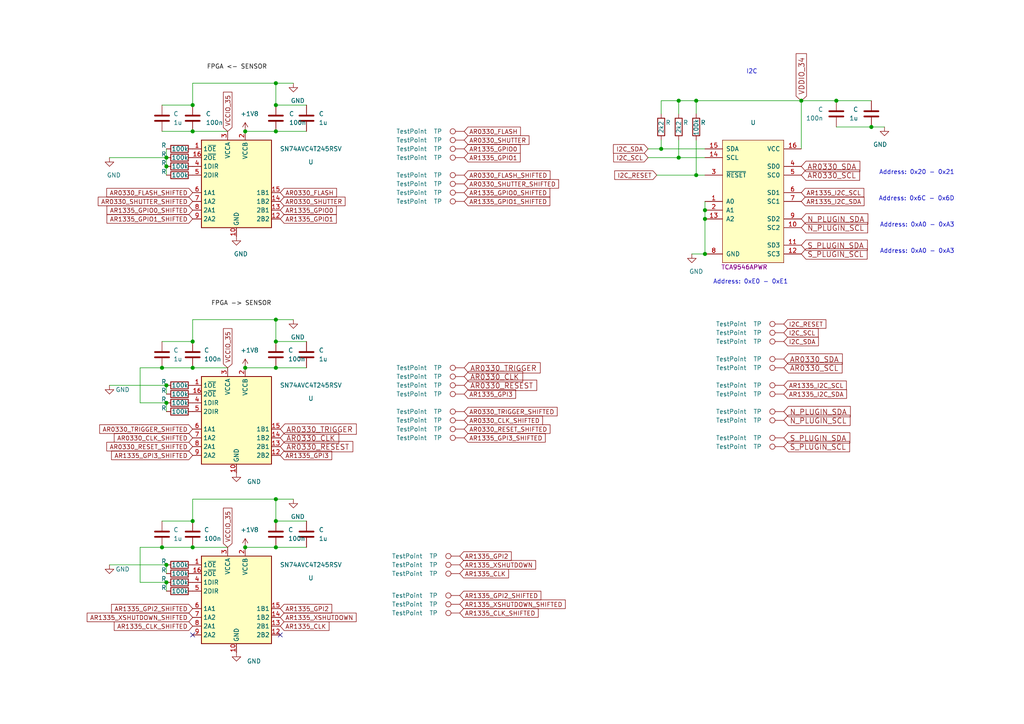
<source format=kicad_sch>
(kicad_sch (version 20201015) (generator eeschema)
  (paper "A4")
  (lib_symbols
    (symbol "Connector:TestPoint" (pin_numbers hide) (pin_names (offset 0.762) hide)
      (property "Reference" "TP" (at 0 6.858 0))
      (property "Value" "TestPoint" (at 0 5.08 0))
      (symbol "TestPoint_0_1"
        (circle (center 0 3.302) (radius 0.762))
      )
      (symbol "TestPoint_1_1"
        (pin passive line (at 0 0 90) (length 2.54) (name "1") (number "1"))
      )
    )
    (symbol "Device:C" (pin_numbers hide) (pin_names (offset 0.254))
      (property "Reference" "C" (at 0.635 2.54 0))
      (property "Value" "C" (at 0.635 -2.54 0))
      (symbol "C_0_1"
        (polyline (pts (xy -2.032 -0.762) (xy 2.032 -0.762)) (stroke (width 0.508)))
        (polyline (pts (xy -2.032 0.762) (xy 2.032 0.762)) (stroke (width 0.508)))
      )
      (symbol "C_1_1"
        (pin passive line (at 0 3.81 270) (length 2.794) (name "~") (number "1"))
        (pin passive line (at 0 -3.81 90) (length 2.794) (name "~") (number "2"))
      )
    )
    (symbol "Device:R" (pin_numbers hide) (pin_names (offset 0))
      (property "Reference" "R" (at 2.032 0 90))
      (property "Value" "R" (at 0 0 90))
      (symbol "R_0_1"
        (rectangle (start -1.016 -2.54) (end 1.016 2.54) (stroke (width 0.254)))
      )
      (symbol "R_1_1"
        (pin passive line (at 0 3.81 270) (length 1.27) (name "~") (number "1"))
        (pin passive line (at 0 -3.81 90) (length 1.27) (name "~") (number "2"))
      )
    )
    (symbol "ic:SN74AVC4T245RSV"
      (property "Reference" "U" (at -8.89 13.97 0))
      (property "Value" "SN74AVC4T245RSV" (at 12.7 13.97 0))
      (symbol "SN74AVC4T245RSV_0_1"
        (rectangle (start -10.16 12.7) (end 10.16 -12.7) (stroke (width 0.254)) (fill (type background)))
      )
      (symbol "SN74AVC4T245RSV_1_1"
        (pin power_in line (at -2.54 15.24 270) (length 2.54) (name "VCCA") (number "3"))
        (pin bidirectional line (at 12.7 -10.16 180) (length 2.54) (name "2B2") (number "12"))
        (pin bidirectional line (at 12.7 -7.62 180) (length 2.54) (name "2B1") (number "13"))
        (pin bidirectional line (at 12.7 -5.08 180) (length 2.54) (name "1B2") (number "14"))
        (pin bidirectional line (at 12.7 -2.54 180) (length 2.54) (name "1B1") (number "15"))
        (pin input line (at -12.7 7.62 0) (length 2.54) (name "2~OE") (number "16"))
        (pin input line (at -12.7 10.16 0) (length 2.54) (name "1~OE") (number "1"))
        (pin power_in line (at 2.54 15.24 270) (length 2.54) (name "VCCB") (number "2"))
        (pin input line (at -12.7 5.08 0) (length 2.54) (name "1DIR") (number "4"))
        (pin input line (at -12.7 2.54 0) (length 2.54) (name "2DIR") (number "5"))
        (pin bidirectional line (at -12.7 -2.54 0) (length 2.54) (name "1A1") (number "6"))
        (pin bidirectional line (at -12.7 -5.08 0) (length 2.54) (name "1A2") (number "7"))
        (pin bidirectional line (at -12.7 -7.62 0) (length 2.54) (name "2A1") (number "8"))
        (pin bidirectional line (at -12.7 -10.16 0) (length 2.54) (name "2A2") (number "9"))
        (pin power_in line (at 0 -15.24 90) (length 2.54) (name "GND") (number "10"))
        (pin passive line (at 0 -15.24 90) (length 2.54) hide (name "GND") (number "11"))
      )
    )
    (symbol "ic:TCA9546APWR" (pin_names (offset 1.016))
      (property "Reference" "U" (at 0 1.27 0))
      (property "_Value_" "TCA9546APWR" (at 6.35 -36.83 0))
      (symbol "TCA9546APWR_0_1"
        (rectangle (start 0 0) (end 17.78 -35.56) (fill (type background)))
      )
      (symbol "TCA9546APWR_1_1"
        (pin input line (at -5.08 -17.78 0) (length 5.08) (name "A0") (number "1"))
        (pin output line (at 22.86 -25.4 180) (length 5.08) (name "SC2") (number "10"))
        (pin bidirectional line (at 22.86 -30.48 180) (length 5.08) (name "SD3") (number "11"))
        (pin output line (at 22.86 -33.02 180) (length 5.08) (name "SC3") (number "12"))
        (pin input line (at -5.08 -22.86 0) (length 5.08) (name "A2") (number "13"))
        (pin input line (at -5.08 -5.08 0) (length 5.08) (name "SCL") (number "14"))
        (pin bidirectional line (at -5.08 -2.54 0) (length 5.08) (name "SDA") (number "15"))
        (pin power_in line (at 22.86 -2.54 180) (length 5.08) (name "VCC") (number "16"))
        (pin input line (at -5.08 -20.32 0) (length 5.08) (name "A1") (number "2"))
        (pin input line (at -5.08 -10.16 0) (length 5.08) (name "~RESET") (number "3"))
        (pin bidirectional line (at 22.86 -7.62 180) (length 5.08) (name "SD0") (number "4"))
        (pin output line (at 22.86 -10.16 180) (length 5.08) (name "SC0") (number "5"))
        (pin bidirectional line (at 22.86 -15.24 180) (length 5.08) (name "SD1") (number "6"))
        (pin output line (at 22.86 -17.78 180) (length 5.08) (name "SC1") (number "7"))
        (pin passive line (at -5.08 -33.02 0) (length 5.08) (name "GND") (number "8"))
        (pin bidirectional line (at 22.86 -22.86 180) (length 5.08) (name "SD2") (number "9"))
      )
    )
    (symbol "power:+1V8" (power) (pin_names (offset 0))
      (property "Value" "+1V8" (at 0 3.556 0))
      (symbol "+1V8_0_1"
        (polyline (pts (xy -0.762 1.27) (xy 0 2.54)))
        (polyline (pts (xy 0 0) (xy 0 2.54)))
        (polyline (pts (xy 0 2.54) (xy 0.762 1.27)))
      )
      (symbol "+1V8_1_1"
        (pin power_in line (at 0 0 90) (length 0) hide (name "+1V8") (number "1"))
      )
    )
    (symbol "power:GND" (power) (pin_names (offset 0))
      (property "Value" "GND" (at 0 -3.81 0))
      (symbol "GND_0_1"
        (polyline (pts (xy 0 0) (xy 0 -1.27) (xy 1.27 -1.27) (xy 0 -2.54) (xy -1.27 -1.27) (xy 0 -1.27)))
      )
      (symbol "GND_1_1"
        (pin power_in line (at 0 0 270) (length 0) hide (name "GND") (number "1"))
      )
    )
  )
  (junction (at 46.99 106.68) (diameter 1.016))
  (junction (at 46.99 158.75) (diameter 1.016))
  (junction (at 48.26 45.72) (diameter 1.016))
  (junction (at 48.26 48.26) (diameter 1.016))
  (junction (at 48.26 111.76) (diameter 1.016))
  (junction (at 48.26 116.84) (diameter 1.016))
  (junction (at 48.26 163.83) (diameter 1.016))
  (junction (at 48.26 168.91) (diameter 1.016))
  (junction (at 55.88 30.48) (diameter 1.016))
  (junction (at 55.88 38.1) (diameter 1.016))
  (junction (at 55.88 99.06) (diameter 1.016))
  (junction (at 55.88 106.68) (diameter 1.016))
  (junction (at 55.88 151.13) (diameter 1.016))
  (junction (at 55.88 158.75) (diameter 1.016))
  (junction (at 71.12 38.1) (diameter 1.016))
  (junction (at 71.12 106.68) (diameter 1.016))
  (junction (at 71.12 158.75) (diameter 1.016))
  (junction (at 80.01 24.13) (diameter 1.016))
  (junction (at 80.01 30.48) (diameter 1.016))
  (junction (at 80.01 38.1) (diameter 1.016))
  (junction (at 80.01 92.71) (diameter 1.016))
  (junction (at 80.01 99.06) (diameter 1.016))
  (junction (at 80.01 106.68) (diameter 1.016))
  (junction (at 80.01 144.78) (diameter 1.016))
  (junction (at 80.01 151.13) (diameter 1.016))
  (junction (at 80.01 158.75) (diameter 1.016))
  (junction (at 191.77 43.18) (diameter 1.016))
  (junction (at 196.85 29.21) (diameter 1.016))
  (junction (at 196.85 45.72) (diameter 1.016))
  (junction (at 201.93 29.21) (diameter 1.016))
  (junction (at 201.93 50.8) (diameter 1.016))
  (junction (at 204.47 60.96) (diameter 1.016))
  (junction (at 204.47 63.5) (diameter 1.016))
  (junction (at 204.47 73.66) (diameter 1.016))
  (junction (at 232.41 29.21) (diameter 1.016))
  (junction (at 242.57 29.21) (diameter 1.016))
  (junction (at 252.73 36.83) (diameter 1.016))
  (no_connect (at 55.88 184.15))
  (no_connect (at 81.28 184.15))
  (wire (pts (xy 31.75 45.72) (xy 48.26 45.72)))
  (wire (pts (xy 31.75 111.76) (xy 48.26 111.76)))
  (wire (pts (xy 31.75 163.83) (xy 48.26 163.83)))
  (wire (pts (xy 40.64 106.68) (xy 40.64 116.84)))
  (wire (pts (xy 40.64 116.84) (xy 48.26 116.84)))
  (wire (pts (xy 40.64 158.75) (xy 40.64 168.91)))
  (wire (pts (xy 40.64 168.91) (xy 48.26 168.91)))
  (wire (pts (xy 46.99 30.48) (xy 55.88 30.48)))
  (wire (pts (xy 46.99 38.1) (xy 55.88 38.1)))
  (wire (pts (xy 46.99 99.06) (xy 55.88 99.06)))
  (wire (pts (xy 46.99 106.68) (xy 40.64 106.68)))
  (wire (pts (xy 46.99 106.68) (xy 55.88 106.68)))
  (wire (pts (xy 46.99 151.13) (xy 55.88 151.13)))
  (wire (pts (xy 46.99 158.75) (xy 40.64 158.75)))
  (wire (pts (xy 46.99 158.75) (xy 55.88 158.75)))
  (wire (pts (xy 48.26 43.18) (xy 48.26 45.72)))
  (wire (pts (xy 48.26 45.72) (xy 48.26 48.26)))
  (wire (pts (xy 48.26 48.26) (xy 48.26 50.8)))
  (wire (pts (xy 48.26 111.76) (xy 48.26 114.3)))
  (wire (pts (xy 48.26 116.84) (xy 48.26 119.38)))
  (wire (pts (xy 48.26 163.83) (xy 48.26 166.37)))
  (wire (pts (xy 48.26 168.91) (xy 48.26 171.45)))
  (wire (pts (xy 55.88 24.13) (xy 80.01 24.13)))
  (wire (pts (xy 55.88 30.48) (xy 55.88 24.13)))
  (wire (pts (xy 55.88 38.1) (xy 66.04 38.1)))
  (wire (pts (xy 55.88 92.71) (xy 80.01 92.71)))
  (wire (pts (xy 55.88 99.06) (xy 55.88 92.71)))
  (wire (pts (xy 55.88 106.68) (xy 66.04 106.68)))
  (wire (pts (xy 55.88 144.78) (xy 80.01 144.78)))
  (wire (pts (xy 55.88 151.13) (xy 55.88 144.78)))
  (wire (pts (xy 55.88 158.75) (xy 66.04 158.75)))
  (wire (pts (xy 71.12 38.1) (xy 80.01 38.1)))
  (wire (pts (xy 71.12 106.68) (xy 80.01 106.68)))
  (wire (pts (xy 71.12 158.75) (xy 80.01 158.75)))
  (wire (pts (xy 80.01 24.13) (xy 80.01 30.48)))
  (wire (pts (xy 80.01 24.13) (xy 85.09 24.13)))
  (wire (pts (xy 80.01 30.48) (xy 88.9 30.48)))
  (wire (pts (xy 80.01 38.1) (xy 88.9 38.1)))
  (wire (pts (xy 80.01 92.71) (xy 80.01 99.06)))
  (wire (pts (xy 80.01 92.71) (xy 85.09 92.71)))
  (wire (pts (xy 80.01 99.06) (xy 88.9 99.06)))
  (wire (pts (xy 80.01 106.68) (xy 88.9 106.68)))
  (wire (pts (xy 80.01 144.78) (xy 80.01 151.13)))
  (wire (pts (xy 80.01 144.78) (xy 85.09 144.78)))
  (wire (pts (xy 80.01 151.13) (xy 88.9 151.13)))
  (wire (pts (xy 80.01 158.75) (xy 88.9 158.75)))
  (wire (pts (xy 187.96 43.18) (xy 191.77 43.18)))
  (wire (pts (xy 187.96 45.72) (xy 196.85 45.72)))
  (wire (pts (xy 190.5 50.8) (xy 201.93 50.8)))
  (wire (pts (xy 191.77 29.21) (xy 196.85 29.21)))
  (wire (pts (xy 191.77 33.02) (xy 191.77 29.21)))
  (wire (pts (xy 191.77 40.64) (xy 191.77 43.18)))
  (wire (pts (xy 191.77 43.18) (xy 204.47 43.18)))
  (wire (pts (xy 196.85 29.21) (xy 196.85 33.02)))
  (wire (pts (xy 196.85 29.21) (xy 201.93 29.21)))
  (wire (pts (xy 196.85 40.64) (xy 196.85 45.72)))
  (wire (pts (xy 196.85 45.72) (xy 204.47 45.72)))
  (wire (pts (xy 200.66 73.66) (xy 204.47 73.66)))
  (wire (pts (xy 201.93 29.21) (xy 201.93 33.02)))
  (wire (pts (xy 201.93 29.21) (xy 232.41 29.21)))
  (wire (pts (xy 201.93 40.64) (xy 201.93 50.8)))
  (wire (pts (xy 201.93 50.8) (xy 204.47 50.8)))
  (wire (pts (xy 204.47 58.42) (xy 204.47 60.96)))
  (wire (pts (xy 204.47 60.96) (xy 204.47 63.5)))
  (wire (pts (xy 204.47 63.5) (xy 204.47 73.66)))
  (wire (pts (xy 232.41 29.21) (xy 232.41 43.18)))
  (wire (pts (xy 232.41 29.21) (xy 242.57 29.21)))
  (wire (pts (xy 252.73 29.21) (xy 242.57 29.21)))
  (wire (pts (xy 252.73 36.83) (xy 242.57 36.83)))
  (wire (pts (xy 256.54 36.83) (xy 252.73 36.83)))
  (text "I2C" (at 219.71 21.59 180) (effects (font (size 1.27 1.27)) (justify right bottom)))
  (text "Address: 0xE0 - 0xE1" (at 228.6 82.55 180) (effects (font (size 1.27 1.27)) (justify right bottom)))
  (text "Address: 0x20 - 0x21" (at 276.86 50.8 180) (effects (font (size 1.27 1.27)) (justify right bottom)))
  (text "Address: 0x6C - 0x6D" (at 276.86 58.42 180) (effects (font (size 1.27 1.27)) (justify right bottom)))
  (text "Address: 0xA0 - 0xA3" (at 276.86 66.04 180) (effects (font (size 1.27 1.27)) (justify right bottom)))
  (text "Address: 0xA0 - 0xA3" (at 276.86 73.66 180) (effects (font (size 1.27 1.27)) (justify right bottom)))
  (label "FPGA <- SENSOR" (at 77.47 20.32 180))
  (label "FPGA -> SENSOR" (at 78.74 88.9 180))
  (global_label "AR0330_FLASH_SHIFTED" (shape input) (at 55.88 55.88 180) (property "Intersheet References" "${INTERSHEET_REFS}" (effects hide)))
  (global_label "AR0330_SHUTTER_SHIFTED" (shape input) (at 55.88 58.42 180) (property "Intersheet References" "${INTERSHEET_REFS}" (effects hide)))
  (global_label "AR1335_GPIO0_SHIFTED" (shape input) (at 55.88 60.96 180) (property "Intersheet References" "${INTERSHEET_REFS}" (effects hide)))
  (global_label "AR1335_GPIO1_SHIFTED" (shape input) (at 55.88 63.5 180) (property "Intersheet References" "${INTERSHEET_REFS}" (effects hide)))
  (global_label "AR0330_TRIGGER_SHIFTED" (shape input) (at 55.88 124.46 180) (property "Intersheet References" "${INTERSHEET_REFS}" (effects hide)))
  (global_label "AR0330_CLK_SHIFTED" (shape input) (at 55.88 127 180) (property "Intersheet References" "${INTERSHEET_REFS}" (effects hide)))
  (global_label "AR0330_RESET_SHIFTED" (shape input) (at 55.88 129.54 180) (property "Intersheet References" "${INTERSHEET_REFS}" (effects hide)))
  (global_label "AR1335_GPI3_SHIFTED" (shape input) (at 55.88 132.08 180) (property "Intersheet References" "${INTERSHEET_REFS}" (effects hide)))
  (global_label "AR1335_GPI2_SHIFTED" (shape input) (at 55.88 176.53 180) (property "Intersheet References" "${INTERSHEET_REFS}" (effects hide)))
  (global_label "AR1335_XSHUTDOWN_SHIFTED" (shape input) (at 55.88 179.07 180) (property "Intersheet References" "${INTERSHEET_REFS}" (effects hide)))
  (global_label "AR1335_CLK_SHIFTED" (shape input) (at 55.88 181.61 180) (property "Intersheet References" "${INTERSHEET_REFS}" (effects hide)))
  (global_label "VCCIO_35" (shape input) (at 66.04 38.1 90) (property "Intersheet References" "${INTERSHEET_REFS}" (effects hide)))
  (global_label "VCCIO_35" (shape input) (at 66.04 106.68 90) (property "Intersheet References" "${INTERSHEET_REFS}" (effects hide)))
  (global_label "VCCIO_35" (shape input) (at 66.04 158.75 90) (property "Intersheet References" "${INTERSHEET_REFS}" (effects hide)))
  (global_label "AR0330_FLASH" (shape input) (at 81.28 55.88 0) (property "Intersheet References" "${INTERSHEET_REFS}" (effects hide)))
  (global_label "AR0330_SHUTTER" (shape input) (at 81.28 58.42 0) (property "Intersheet References" "${INTERSHEET_REFS}" (effects hide)))
  (global_label "AR1335_GPIO0" (shape input) (at 81.28 60.96 0) (property "Intersheet References" "${INTERSHEET_REFS}" (effects hide)))
  (global_label "AR1335_GPIO1" (shape input) (at 81.28 63.5 0) (property "Intersheet References" "${INTERSHEET_REFS}" (effects hide)))
  (global_label "AR0330_TRIGGER" (shape input) (at 81.28 124.46 0) (property "Intersheet References" "${INTERSHEET_REFS}" (effects hide)) (effects (font (size 1.524 1.524))))
  (global_label "AR0330_CLK" (shape input) (at 81.28 127 0) (property "Intersheet References" "${INTERSHEET_REFS}" (effects hide)) (effects (font (size 1.524 1.524))))
  (global_label "AR0330_RESEST" (shape input) (at 81.28 129.54 0) (property "Intersheet References" "${INTERSHEET_REFS}" (effects hide)) (effects (font (size 1.524 1.524))))
  (global_label "AR1335_GPI3" (shape input) (at 81.28 132.08 0) (property "Intersheet References" "${INTERSHEET_REFS}" (effects hide)))
  (global_label "AR1335_GPI2" (shape input) (at 81.28 176.53 0) (property "Intersheet References" "${INTERSHEET_REFS}" (effects hide)))
  (global_label "AR1335_XSHUTDOWN" (shape input) (at 81.28 179.07 0) (property "Intersheet References" "${INTERSHEET_REFS}" (effects hide)))
  (global_label "AR1335_CLK" (shape input) (at 81.28 181.61 0) (property "Intersheet References" "${INTERSHEET_REFS}" (effects hide)))
  (global_label "AR1335_GPI2" (shape input) (at 133.35 161.29 0) (property "Intersheet References" "${INTERSHEET_REFS}" (effects hide)))
  (global_label "AR1335_XSHUTDOWN" (shape input) (at 133.35 163.83 0) (property "Intersheet References" "${INTERSHEET_REFS}" (effects hide)))
  (global_label "AR1335_CLK" (shape input) (at 133.35 166.37 0) (property "Intersheet References" "${INTERSHEET_REFS}" (effects hide)))
  (global_label "AR1335_GPI2_SHIFTED" (shape input) (at 133.35 172.72 0) (property "Intersheet References" "${INTERSHEET_REFS}" (effects hide)))
  (global_label "AR1335_XSHUTDOWN_SHIFTED" (shape input) (at 133.35 175.26 0) (property "Intersheet References" "${INTERSHEET_REFS}" (effects hide)))
  (global_label "AR1335_CLK_SHIFTED" (shape input) (at 133.35 177.8 0) (property "Intersheet References" "${INTERSHEET_REFS}" (effects hide)))
  (global_label "AR0330_FLASH" (shape input) (at 134.62 38.1 0) (property "Intersheet References" "${INTERSHEET_REFS}" (effects hide)))
  (global_label "AR0330_SHUTTER" (shape input) (at 134.62 40.64 0) (property "Intersheet References" "${INTERSHEET_REFS}" (effects hide)))
  (global_label "AR1335_GPIO0" (shape input) (at 134.62 43.18 0) (property "Intersheet References" "${INTERSHEET_REFS}" (effects hide)))
  (global_label "AR1335_GPIO1" (shape input) (at 134.62 45.72 0) (property "Intersheet References" "${INTERSHEET_REFS}" (effects hide)))
  (global_label "AR0330_FLASH_SHIFTED" (shape input) (at 134.62 50.8 0) (property "Intersheet References" "${INTERSHEET_REFS}" (effects hide)))
  (global_label "AR0330_SHUTTER_SHIFTED" (shape input) (at 134.62 53.34 0) (property "Intersheet References" "${INTERSHEET_REFS}" (effects hide)))
  (global_label "AR1335_GPIO0_SHIFTED" (shape input) (at 134.62 55.88 0) (property "Intersheet References" "${INTERSHEET_REFS}" (effects hide)))
  (global_label "AR1335_GPIO1_SHIFTED" (shape input) (at 134.62 58.42 0) (property "Intersheet References" "${INTERSHEET_REFS}" (effects hide)))
  (global_label "AR0330_TRIGGER" (shape input) (at 134.62 106.68 0) (property "Intersheet References" "${INTERSHEET_REFS}" (effects hide)) (effects (font (size 1.524 1.524))))
  (global_label "AR0330_CLK" (shape input) (at 134.62 109.22 0) (property "Intersheet References" "${INTERSHEET_REFS}" (effects hide)) (effects (font (size 1.524 1.524))))
  (global_label "AR0330_RESEST" (shape input) (at 134.62 111.76 0) (property "Intersheet References" "${INTERSHEET_REFS}" (effects hide)) (effects (font (size 1.524 1.524))))
  (global_label "AR1335_GPI3" (shape input) (at 134.62 114.3 0) (property "Intersheet References" "${INTERSHEET_REFS}" (effects hide)))
  (global_label "AR0330_TRIGGER_SHIFTED" (shape input) (at 134.62 119.38 0) (property "Intersheet References" "${INTERSHEET_REFS}" (effects hide)))
  (global_label "AR0330_CLK_SHIFTED" (shape input) (at 134.62 121.92 0) (property "Intersheet References" "${INTERSHEET_REFS}" (effects hide)))
  (global_label "AR0330_RESET_SHIFTED" (shape input) (at 134.62 124.46 0) (property "Intersheet References" "${INTERSHEET_REFS}" (effects hide)))
  (global_label "AR1335_GPI3_SHIFTED" (shape input) (at 134.62 127 0) (property "Intersheet References" "${INTERSHEET_REFS}" (effects hide)))
  (global_label "I2C_SDA" (shape input) (at 187.96 43.18 180) (property "Intersheet References" "${INTERSHEET_REFS}" (effects hide)))
  (global_label "I2C_SCL" (shape input) (at 187.96 45.72 180) (property "Intersheet References" "${INTERSHEET_REFS}" (effects hide)))
  (global_label "I2C_RESET" (shape input) (at 190.5 50.8 180) (property "Intersheet References" "${INTERSHEET_REFS}" (effects hide)))
  (global_label "I2C_RESET" (shape input) (at 227.33 93.98 0) (property "Intersheet References" "${INTERSHEET_REFS}" (effects hide)))
  (global_label "I2C_SCL" (shape input) (at 227.33 96.52 0) (property "Intersheet References" "${INTERSHEET_REFS}" (effects hide)))
  (global_label "I2C_SDA" (shape input) (at 227.33 99.06 0) (property "Intersheet References" "${INTERSHEET_REFS}" (effects hide)))
  (global_label "AR0330_SDA" (shape input) (at 227.33 104.14 0) (property "Intersheet References" "${INTERSHEET_REFS}" (effects hide)) (effects (font (size 1.524 1.524))))
  (global_label "AR0330_SCL" (shape input) (at 227.33 106.68 0) (property "Intersheet References" "${INTERSHEET_REFS}" (effects hide)) (effects (font (size 1.524 1.524))))
  (global_label "AR1335_I2C_SCL" (shape input) (at 227.33 111.76 0) (property "Intersheet References" "${INTERSHEET_REFS}" (effects hide)))
  (global_label "AR1335_I2C_SDA" (shape input) (at 227.33 114.3 0) (property "Intersheet References" "${INTERSHEET_REFS}" (effects hide)))
  (global_label "N_PLUGIN_SDA" (shape input) (at 227.33 119.38 0) (property "Intersheet References" "${INTERSHEET_REFS}" (effects hide)) (effects (font (size 1.524 1.524))))
  (global_label "N_PLUGIN_SCL" (shape input) (at 227.33 121.92 0) (property "Intersheet References" "${INTERSHEET_REFS}" (effects hide)) (effects (font (size 1.524 1.524))))
  (global_label "S_PLUGIN_SDA" (shape input) (at 227.33 127 0) (property "Intersheet References" "${INTERSHEET_REFS}" (effects hide)) (effects (font (size 1.524 1.524))))
  (global_label "S_PLUGIN_SCL" (shape input) (at 227.33 129.54 0) (property "Intersheet References" "${INTERSHEET_REFS}" (effects hide)) (effects (font (size 1.524 1.524))))
  (global_label "VDDIO_34" (shape input) (at 232.41 29.21 90) (property "Intersheet References" "${INTERSHEET_REFS}" (effects hide)) (effects (font (size 1.524 1.524))))
  (global_label "AR0330_SDA" (shape input) (at 232.41 48.26 0) (property "Intersheet References" "${INTERSHEET_REFS}" (effects hide)) (effects (font (size 1.524 1.524))))
  (global_label "AR0330_SCL" (shape input) (at 232.41 50.8 0) (property "Intersheet References" "${INTERSHEET_REFS}" (effects hide)) (effects (font (size 1.524 1.524))))
  (global_label "AR1335_I2C_SCL" (shape input) (at 232.41 55.88 0) (property "Intersheet References" "${INTERSHEET_REFS}" (effects hide)))
  (global_label "AR1335_I2C_SDA" (shape input) (at 232.41 58.42 0) (property "Intersheet References" "${INTERSHEET_REFS}" (effects hide)))
  (global_label "N_PLUGIN_SDA" (shape input) (at 232.41 63.5 0) (property "Intersheet References" "${INTERSHEET_REFS}" (effects hide)) (effects (font (size 1.524 1.524))))
  (global_label "N_PLUGIN_SCL" (shape input) (at 232.41 66.04 0) (property "Intersheet References" "${INTERSHEET_REFS}" (effects hide)) (effects (font (size 1.524 1.524))))
  (global_label "S_PLUGIN_SDA" (shape input) (at 232.41 71.12 0) (property "Intersheet References" "${INTERSHEET_REFS}" (effects hide)) (effects (font (size 1.524 1.524))))
  (global_label "S_PLUGIN_SCL" (shape input) (at 232.41 73.66 0) (property "Intersheet References" "${INTERSHEET_REFS}" (effects hide)) (effects (font (size 1.524 1.524))))
  (symbol (lib_id "Connector:TestPoint") (at 133.35 161.29 90) (unit 1)
    (property "Reference" "TP" (at 125.73 161.29 90))
    (property "Value" "TestPoint" (at 118.11 161.29 90))
  )
  (symbol (lib_id "Connector:TestPoint") (at 133.35 163.83 90) (unit 1)
    (property "Reference" "TP" (at 125.73 163.83 90))
    (property "Value" "TestPoint" (at 118.11 163.83 90))
  )
  (symbol (lib_id "Connector:TestPoint") (at 133.35 166.37 90) (unit 1)
    (property "Reference" "TP" (at 125.73 166.37 90))
    (property "Value" "TestPoint" (at 118.11 166.37 90))
  )
  (symbol (lib_id "Connector:TestPoint") (at 133.35 172.72 90) (unit 1)
    (property "Reference" "TP" (at 125.73 172.72 90))
    (property "Value" "TestPoint" (at 118.11 172.72 90))
  )
  (symbol (lib_id "Connector:TestPoint") (at 133.35 175.26 90) (unit 1)
    (property "Reference" "TP" (at 125.73 175.26 90))
    (property "Value" "TestPoint" (at 118.11 175.26 90))
  )
  (symbol (lib_id "Connector:TestPoint") (at 133.35 177.8 90) (unit 1)
    (property "Reference" "TP" (at 125.73 177.8 90))
    (property "Value" "TestPoint" (at 118.11 177.8 90))
  )
  (symbol (lib_id "Connector:TestPoint") (at 134.62 38.1 90) (unit 1)
    (property "Reference" "TP" (at 127 38.1 90))
    (property "Value" "TestPoint" (at 119.38 38.1 90))
  )
  (symbol (lib_id "Connector:TestPoint") (at 134.62 40.64 90) (unit 1)
    (property "Reference" "TP" (at 127 40.64 90))
    (property "Value" "TestPoint" (at 119.38 40.64 90))
  )
  (symbol (lib_id "Connector:TestPoint") (at 134.62 43.18 90) (unit 1)
    (property "Reference" "TP" (at 127 43.18 90))
    (property "Value" "TestPoint" (at 119.38 43.18 90))
  )
  (symbol (lib_id "Connector:TestPoint") (at 134.62 45.72 90) (unit 1)
    (property "Reference" "TP" (at 127 45.72 90))
    (property "Value" "TestPoint" (at 119.38 45.72 90))
  )
  (symbol (lib_id "Connector:TestPoint") (at 134.62 50.8 90) (unit 1)
    (property "Reference" "TP" (at 127 50.8 90))
    (property "Value" "TestPoint" (at 119.38 50.8 90))
  )
  (symbol (lib_id "Connector:TestPoint") (at 134.62 53.34 90) (unit 1)
    (property "Reference" "TP" (at 127 53.34 90))
    (property "Value" "TestPoint" (at 119.38 53.34 90))
  )
  (symbol (lib_id "Connector:TestPoint") (at 134.62 55.88 90) (unit 1)
    (property "Reference" "TP" (at 127 55.88 90))
    (property "Value" "TestPoint" (at 119.38 55.88 90))
  )
  (symbol (lib_id "Connector:TestPoint") (at 134.62 58.42 90) (unit 1)
    (property "Reference" "TP" (at 127 58.42 90))
    (property "Value" "TestPoint" (at 119.38 58.42 90))
  )
  (symbol (lib_id "Connector:TestPoint") (at 134.62 106.68 90) (unit 1)
    (property "Reference" "TP" (at 127 106.68 90))
    (property "Value" "TestPoint" (at 119.38 106.68 90))
  )
  (symbol (lib_id "Connector:TestPoint") (at 134.62 109.22 90) (unit 1)
    (property "Reference" "TP" (at 127 109.22 90))
    (property "Value" "TestPoint" (at 119.38 109.22 90))
  )
  (symbol (lib_id "Connector:TestPoint") (at 134.62 111.76 90) (unit 1)
    (property "Reference" "TP" (at 127 111.76 90))
    (property "Value" "TestPoint" (at 119.38 111.76 90))
  )
  (symbol (lib_id "Connector:TestPoint") (at 134.62 114.3 90) (unit 1)
    (property "Reference" "TP" (at 127 114.3 90))
    (property "Value" "TestPoint" (at 119.38 114.3 90))
  )
  (symbol (lib_id "Connector:TestPoint") (at 134.62 119.38 90) (unit 1)
    (property "Reference" "TP" (at 127 119.38 90))
    (property "Value" "TestPoint" (at 119.38 119.38 90))
  )
  (symbol (lib_id "Connector:TestPoint") (at 134.62 121.92 90) (unit 1)
    (property "Reference" "TP" (at 127 121.92 90))
    (property "Value" "TestPoint" (at 119.38 121.92 90))
  )
  (symbol (lib_id "Connector:TestPoint") (at 134.62 124.46 90) (unit 1)
    (property "Reference" "TP" (at 127 124.46 90))
    (property "Value" "TestPoint" (at 119.38 124.46 90))
  )
  (symbol (lib_id "Connector:TestPoint") (at 134.62 127 90) (unit 1)
    (property "Reference" "TP" (at 127 127 90))
    (property "Value" "TestPoint" (at 119.38 127 90))
  )
  (symbol (lib_id "Connector:TestPoint") (at 227.33 93.98 90) (unit 1)
    (property "Reference" "TP" (at 219.71 93.98 90))
    (property "Value" "TestPoint" (at 212.09 93.98 90))
  )
  (symbol (lib_id "Connector:TestPoint") (at 227.33 96.52 90) (unit 1)
    (property "Reference" "TP" (at 219.71 96.52 90))
    (property "Value" "TestPoint" (at 212.09 96.52 90))
  )
  (symbol (lib_id "Connector:TestPoint") (at 227.33 99.06 90) (unit 1)
    (property "Reference" "TP" (at 219.71 99.06 90))
    (property "Value" "TestPoint" (at 212.09 99.06 90))
  )
  (symbol (lib_id "Connector:TestPoint") (at 227.33 104.14 90) (unit 1)
    (property "Reference" "TP" (at 219.71 104.14 90))
    (property "Value" "TestPoint" (at 212.09 104.14 90))
  )
  (symbol (lib_id "Connector:TestPoint") (at 227.33 106.68 90) (unit 1)
    (property "Reference" "TP" (at 219.71 106.68 90))
    (property "Value" "TestPoint" (at 212.09 106.68 90))
  )
  (symbol (lib_id "Connector:TestPoint") (at 227.33 111.76 90) (unit 1)
    (property "Reference" "TP" (at 219.71 111.76 90))
    (property "Value" "TestPoint" (at 212.09 111.76 90))
  )
  (symbol (lib_id "Connector:TestPoint") (at 227.33 114.3 90) (unit 1)
    (property "Reference" "TP" (at 219.71 114.3 90))
    (property "Value" "TestPoint" (at 212.09 114.3 90))
  )
  (symbol (lib_id "Connector:TestPoint") (at 227.33 119.38 90) (unit 1)
    (property "Reference" "TP" (at 219.71 119.38 90))
    (property "Value" "TestPoint" (at 212.09 119.38 90))
  )
  (symbol (lib_id "Connector:TestPoint") (at 227.33 121.92 90) (unit 1)
    (property "Reference" "TP" (at 219.71 121.92 90))
    (property "Value" "TestPoint" (at 212.09 121.92 90))
  )
  (symbol (lib_id "Connector:TestPoint") (at 227.33 127 90) (unit 1)
    (property "Reference" "TP" (at 219.71 127 90))
    (property "Value" "TestPoint" (at 212.09 127 90))
  )
  (symbol (lib_id "Connector:TestPoint") (at 227.33 129.54 90) (unit 1)
    (property "Reference" "TP" (at 219.71 129.54 90))
    (property "Value" "TestPoint" (at 212.09 129.54 90))
  )
  (symbol (lib_id "power:+1V8") (at 71.12 38.1 0) (unit 1)
    (property "Reference" "#PWR" (effects hide))
    (property "Value" "+1V8" (at 72.39 33.02 0))
  )
  (symbol (lib_id "power:+1V8") (at 71.12 106.68 0) (unit 1)
    (property "Reference" "#PWR" (effects hide))
    (property "Value" "+1V8" (at 72.39 101.6 0))
  )
  (symbol (lib_id "power:+1V8") (at 71.12 158.75 0) (unit 1)
    (property "Reference" "#PWR" (effects hide))
    (property "Value" "+1V8" (at 72.39 153.67 0))
  )
  (symbol (lib_id "power:GND") (at 31.75 45.72 0) (unit 1)
    (property "Reference" "#PWR" (effects hide))
    (property "Value" "GND" (at 33.02 50.8 0))
  )
  (symbol (lib_id "power:GND") (at 31.75 111.76 0) (unit 1)
    (property "Reference" "#PWR" (effects hide))
    (property "Value" "GND" (at 35.56 113.03 0))
  )
  (symbol (lib_id "power:GND") (at 31.75 163.83 0) (unit 1)
    (property "Reference" "#PWR" (effects hide))
    (property "Value" "GND" (at 35.56 165.1 0))
  )
  (symbol (lib_id "power:GND") (at 68.58 68.58 0) (unit 1)
    (property "Reference" "#PWR" (effects hide))
    (property "Value" "GND" (at 69.85 73.66 0))
  )
  (symbol (lib_id "power:GND") (at 68.58 137.16 0) (unit 1)
    (property "Reference" "#PWR" (effects hide))
    (property "Value" "GND" (at 73.66 139.7 0))
  )
  (symbol (lib_id "power:GND") (at 68.58 189.23 0) (unit 1)
    (property "Reference" "#PWR" (effects hide))
    (property "Value" "GND" (at 73.66 191.77 0))
  )
  (symbol (lib_id "power:GND") (at 85.09 24.13 0) (unit 1)
    (property "Reference" "#PWR" (effects hide))
    (property "Value" "GND" (at 86.36 29.21 0))
  )
  (symbol (lib_id "power:GND") (at 85.09 92.71 0) (unit 1)
    (property "Reference" "#PWR" (effects hide))
    (property "Value" "GND" (at 86.36 97.79 0))
  )
  (symbol (lib_id "power:GND") (at 85.09 144.78 0) (unit 1)
    (property "Reference" "#PWR" (effects hide))
    (property "Value" "GND" (at 86.36 149.86 0))
  )
  (symbol (lib_id "power:GND") (at 200.66 73.66 0) (unit 1)
    (property "Reference" "#PWR" (effects hide))
    (property "Value" "GND" (at 201.93 78.74 0))
  )
  (symbol (lib_id "power:GND") (at 256.54 36.83 0) (mirror y) (unit 1)
    (property "Reference" "#PWR" (effects hide))
    (property "Value" "GND" (at 255.27 41.91 0))
  )
  (symbol (lib_id "Device:R") (at 52.07 43.18 90) (unit 1)
    (property "Reference" "R" (at 48.26 42.164 90) (effects (justify left)))
    (property "Value" "100k" (at 54.61 43.18 90) (effects (justify left)))
  )
  (symbol (lib_id "Device:R") (at 52.07 45.72 90) (unit 1)
    (property "Reference" "R" (at 48.26 44.704 90) (effects (justify left)))
    (property "Value" "100k" (at 54.61 45.72 90) (effects (justify left)))
  )
  (symbol (lib_id "Device:R") (at 52.07 48.26 90) (unit 1)
    (property "Reference" "R" (at 48.26 47.244 90) (effects (justify left)))
    (property "Value" "100k" (at 54.61 48.26 90) (effects (justify left)))
  )
  (symbol (lib_id "Device:R") (at 52.07 50.8 90) (unit 1)
    (property "Reference" "R" (at 48.26 49.784 90) (effects (justify left)))
    (property "Value" "100k" (at 54.61 50.8 90) (effects (justify left)))
  )
  (symbol (lib_id "Device:R") (at 52.07 111.76 90) (unit 1)
    (property "Reference" "R" (at 48.26 110.744 90) (effects (justify left)))
    (property "Value" "100k" (at 54.61 111.76 90) (effects (justify left)))
  )
  (symbol (lib_id "Device:R") (at 52.07 114.3 90) (unit 1)
    (property "Reference" "R" (at 48.26 113.284 90) (effects (justify left)))
    (property "Value" "100k" (at 54.61 114.3 90) (effects (justify left)))
  )
  (symbol (lib_id "Device:R") (at 52.07 116.84 90) (unit 1)
    (property "Reference" "R" (at 48.26 115.824 90) (effects (justify left)))
    (property "Value" "100k" (at 54.61 116.84 90) (effects (justify left)))
  )
  (symbol (lib_id "Device:R") (at 52.07 119.38 90) (unit 1)
    (property "Reference" "R" (at 48.26 118.364 90) (effects (justify left)))
    (property "Value" "100k" (at 54.61 119.38 90) (effects (justify left)))
  )
  (symbol (lib_id "Device:R") (at 52.07 163.83 90) (unit 1)
    (property "Reference" "R" (at 48.26 162.814 90) (effects (justify left)))
    (property "Value" "100k" (at 54.61 163.83 90) (effects (justify left)))
  )
  (symbol (lib_id "Device:R") (at 52.07 166.37 90) (unit 1)
    (property "Reference" "R" (at 48.26 165.354 90) (effects (justify left)))
    (property "Value" "100k" (at 54.61 166.37 90) (effects (justify left)))
  )
  (symbol (lib_id "Device:R") (at 52.07 168.91 90) (unit 1)
    (property "Reference" "R" (at 48.26 167.894 90) (effects (justify left)))
    (property "Value" "100k" (at 54.61 168.91 90) (effects (justify left)))
  )
  (symbol (lib_id "Device:R") (at 52.07 171.45 90) (unit 1)
    (property "Reference" "R" (at 48.26 170.434 90) (effects (justify left)))
    (property "Value" "100k" (at 54.61 171.45 90) (effects (justify left)))
  )
  (symbol (lib_id "Device:R") (at 191.77 36.83 0) (unit 1)
    (property "Reference" "R" (at 193.04 35.56 0) (effects (justify left)))
    (property "Value" "2k2" (at 191.77 38.735 90) (effects (justify left)))
  )
  (symbol (lib_id "Device:R") (at 196.85 36.83 0) (unit 1)
    (property "Reference" "R" (at 198.12 35.56 0) (effects (justify left)))
    (property "Value" "2k2" (at 196.85 38.735 90) (effects (justify left)))
  )
  (symbol (lib_id "Device:R") (at 201.93 36.83 0) (unit 1)
    (property "Reference" "R" (at 203.2 35.56 0) (effects (justify left)))
    (property "Value" "100k" (at 201.93 39.37 90) (effects (justify left)))
  )
  (symbol (lib_id "Device:C") (at 46.99 34.29 0) (unit 1)
    (property "Reference" "C" (at 50.292 33.02 0) (effects (justify left)))
    (property "Value" "1u" (at 50.292 35.56 0) (effects (justify left)))
  )
  (symbol (lib_id "Device:C") (at 46.99 102.87 0) (unit 1)
    (property "Reference" "C" (at 50.292 101.6 0) (effects (justify left)))
    (property "Value" "1u" (at 50.292 104.14 0) (effects (justify left)))
  )
  (symbol (lib_id "Device:C") (at 46.99 154.94 0) (unit 1)
    (property "Reference" "C" (at 50.292 153.67 0) (effects (justify left)))
    (property "Value" "1u" (at 50.292 156.21 0) (effects (justify left)))
  )
  (symbol (lib_id "Device:C") (at 55.88 34.29 0) (unit 1)
    (property "Reference" "C" (at 59.69 33.02 0) (effects (justify left)))
    (property "Value" "100n" (at 59.69 35.56 0) (effects (justify left)))
  )
  (symbol (lib_id "Device:C") (at 55.88 102.87 0) (unit 1)
    (property "Reference" "C" (at 59.182 101.6 0) (effects (justify left)))
    (property "Value" "100n" (at 59.182 104.14 0) (effects (justify left)))
  )
  (symbol (lib_id "Device:C") (at 55.88 154.94 0) (unit 1)
    (property "Reference" "C" (at 59.182 153.67 0) (effects (justify left)))
    (property "Value" "100n" (at 59.182 156.21 0) (effects (justify left)))
  )
  (symbol (lib_id "Device:C") (at 80.01 34.29 0) (unit 1)
    (property "Reference" "C" (at 83.82 33.02 0) (effects (justify left)))
    (property "Value" "100n" (at 83.82 35.56 0) (effects (justify left)))
  )
  (symbol (lib_id "Device:C") (at 80.01 102.87 0) (unit 1)
    (property "Reference" "C" (at 83.566 101.6 0) (effects (justify left)))
    (property "Value" "100n" (at 83.566 104.14 0) (effects (justify left)))
  )
  (symbol (lib_id "Device:C") (at 80.01 154.94 0) (unit 1)
    (property "Reference" "C" (at 83.566 153.67 0) (effects (justify left)))
    (property "Value" "100n" (at 83.566 156.21 0) (effects (justify left)))
  )
  (symbol (lib_id "Device:C") (at 88.9 34.29 0) (unit 1)
    (property "Reference" "C" (at 92.456 33.02 0) (effects (justify left)))
    (property "Value" "1u" (at 92.456 35.56 0) (effects (justify left)))
  )
  (symbol (lib_id "Device:C") (at 88.9 102.87 0) (unit 1)
    (property "Reference" "C" (at 92.456 101.6 0) (effects (justify left)))
    (property "Value" "1u" (at 92.456 104.14 0) (effects (justify left)))
  )
  (symbol (lib_id "Device:C") (at 88.9 154.94 0) (unit 1)
    (property "Reference" "C" (at 92.456 153.67 0) (effects (justify left)))
    (property "Value" "1u" (at 92.456 156.21 0) (effects (justify left)))
  )
  (symbol (lib_id "Device:C") (at 242.57 33.02 0) (mirror y) (unit 1)
    (property "Reference" "C" (at 238.76 31.75 0) (effects (justify left)))
    (property "Value" "100n" (at 238.76 34.29 0) (effects (justify left)))
  )
  (symbol (lib_id "Device:C") (at 252.73 33.02 0) (mirror y) (unit 1)
    (property "Reference" "C" (at 248.92 31.75 0) (effects (justify left)))
    (property "Value" "1u" (at 248.92 34.29 0) (effects (justify left)))
  )
  (symbol (lib_id "ic:SN74AVC4T245RSV") (at 68.58 53.34 0) (unit 1)
    (property "Reference" "U" (at 90.17 46.99 0))
    (property "Value" "SN74AVC4T245RSV" (at 90.17 43.18 0))
    (property "Footprint" "Package_SO:TSSOP-16_4.4x5mm_P0.65mm" (effects hide))
    (property "Datasheet" "https://www.ti.com/lit/ds/symlink/sn74avc4t245.pdf" (effects hide))
  )
  (symbol (lib_id "ic:SN74AVC4T245RSV") (at 68.58 121.92 0) (unit 1)
    (property "Reference" "U" (at 90.17 115.57 0))
    (property "Value" "SN74AVC4T245RSV" (at 90.17 111.76 0))
    (property "Footprint" "Package_SO:TSSOP-16_4.4x5mm_P0.65mm" (effects hide))
    (property "Datasheet" "https://www.ti.com/lit/ds/symlink/sn74avc4t245.pdf" (effects hide))
  )
  (symbol (lib_id "ic:SN74AVC4T245RSV") (at 68.58 173.99 0) (unit 1)
    (property "Reference" "U" (at 90.17 167.64 0))
    (property "Value" "SN74AVC4T245RSV" (at 90.17 163.83 0))
    (property "Footprint" "Package_SO:TSSOP-16_4.4x5mm_P0.65mm" (effects hide))
    (property "Datasheet" "https://www.ti.com/lit/ds/symlink/sn74avc4t245.pdf" (effects hide))
  )
  (symbol (lib_id "ic:TCA9546APWR") (at 209.55 40.64 0) (unit 1)
    (property "Reference" "U" (at 218.44 35.56 0))
    (property "Value" "TCA9546APWR" (effects hide))
    (property "Footprint" "growbox-KiCAD-ICs:PW0016A" (effects hide))
    (property "Datasheet" "https://www.ti.com/lit/ds/symlink/tca9546a.pdf" (effects hide))
    (property "Cost QTY: 1" "1.34000" (effects hide))
    (property "Cost QTY: 1000" "0.56980" (effects hide))
    (property "Cost QTY: 2500" "0.54131" (effects hide))
    (property "Cost QTY: 5000" "*" (effects hide))
    (property "Cost QTY: 10000" "0.50468" (effects hide))
    (property "MFR" "Texas Instruments" (effects hide))
    (property "MFR#" "TCA9546APWR" (effects hide))
    (property "Vendor" "Digikey" (effects hide))
    (property "Vendor #" "296-40578-1-ND" (effects hide))
    (property "Designer" "AVR" (effects hide))
    (property "Height" "1.2mm" (effects hide))
    (property "Date Created" "3/25/2020" (effects hide))
    (property "Date Modified" "3/25/2020" (effects hide))
    (property "Lead-Free ?" "Yes" (effects hide))
    (property "RoHS Levels" "1" (effects hide))
    (property "Mounting" "SMT" (effects hide))
    (property "Pin Count #" "16" (effects hide))
    (property "Status" "Active" (effects hide))
    (property "Tolerance" "*" (effects hide))
    (property "Type" "*" (effects hide))
    (property "Voltage" "3.3V" (effects hide))
    (property "Package" "16-TSSOP" (effects hide))
    (property "Description" "IC I2C SW 4CH W/RESET 16TSSOP" (effects hide))
    (property "_Value_" "TCA9546APWR" (at 215.9 77.47 0))
    (property "Management_ID" "*" (effects hide))
  )
)
</source>
